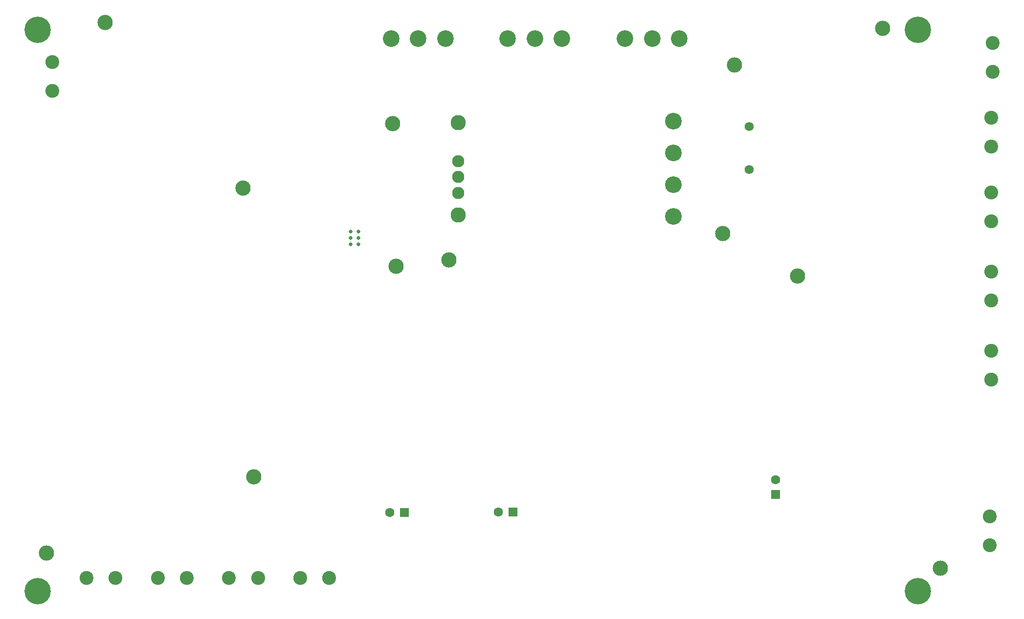
<source format=gbs>
G04*
G04 #@! TF.GenerationSoftware,Altium Limited,Altium Designer,20.1.11 (218)*
G04*
G04 Layer_Color=16711935*
%FSLAX25Y25*%
%MOIN*%
G70*
G04*
G04 #@! TF.SameCoordinates,1D623A1F-E168-4E80-91D0-8BB71FADC58A*
G04*
G04*
G04 #@! TF.FilePolarity,Negative*
G04*
G01*
G75*
%ADD73C,0.09455*%
%ADD74C,0.10400*%
%ADD75C,0.11325*%
%ADD76C,0.17992*%
%ADD77C,0.10361*%
%ADD78C,0.08353*%
%ADD79C,0.11384*%
%ADD80C,0.06306*%
%ADD81R,0.06306X0.06306*%
%ADD82R,0.06306X0.06306*%
%ADD83C,0.06200*%
%ADD84C,0.02480*%
D73*
X649000Y31157D02*
D03*
Y50842D02*
D03*
X10000Y360842D02*
D03*
Y341158D02*
D03*
X150228Y9000D02*
D03*
X130543D02*
D03*
X179157D02*
D03*
X198843D02*
D03*
X81929D02*
D03*
X101614D02*
D03*
X33315D02*
D03*
X53000D02*
D03*
X650000Y163842D02*
D03*
Y144158D02*
D03*
Y218000D02*
D03*
Y198315D02*
D03*
Y271843D02*
D03*
Y252157D02*
D03*
Y323000D02*
D03*
Y303315D02*
D03*
X651000Y373843D02*
D03*
Y354157D02*
D03*
D74*
X140000Y275000D02*
D03*
X6000Y26000D02*
D03*
X147500Y78000D02*
D03*
X475000Y359000D02*
D03*
X242000Y319000D02*
D03*
X46000Y388000D02*
D03*
X280455Y226100D02*
D03*
X244500Y221500D02*
D03*
X615500Y15500D02*
D03*
X518000Y215000D02*
D03*
X467000Y244000D02*
D03*
X576000Y384000D02*
D03*
D75*
X240992Y377000D02*
D03*
X259496D02*
D03*
X278000D02*
D03*
X357504D02*
D03*
X339000D02*
D03*
X320496D02*
D03*
X437504D02*
D03*
X419000D02*
D03*
X400496D02*
D03*
D76*
X600000Y0D02*
D03*
X0D02*
D03*
X600000Y383000D02*
D03*
X0D02*
D03*
D77*
X286772Y319496D02*
D03*
Y256504D02*
D03*
D78*
Y293433D02*
D03*
Y282567D02*
D03*
Y271740D02*
D03*
D79*
X433228Y320480D02*
D03*
Y298827D02*
D03*
Y277173D02*
D03*
Y255520D02*
D03*
D80*
X503000Y76000D02*
D03*
X239976Y53709D02*
D03*
X314000Y54000D02*
D03*
D81*
X503000Y66000D02*
D03*
D82*
X249976Y53709D02*
D03*
X324000Y54000D02*
D03*
D83*
X485000Y287472D02*
D03*
Y317000D02*
D03*
D84*
X213441Y241000D02*
D03*
X218559D02*
D03*
Y236669D02*
D03*
X213441D02*
D03*
Y245331D02*
D03*
X218559D02*
D03*
M02*

</source>
